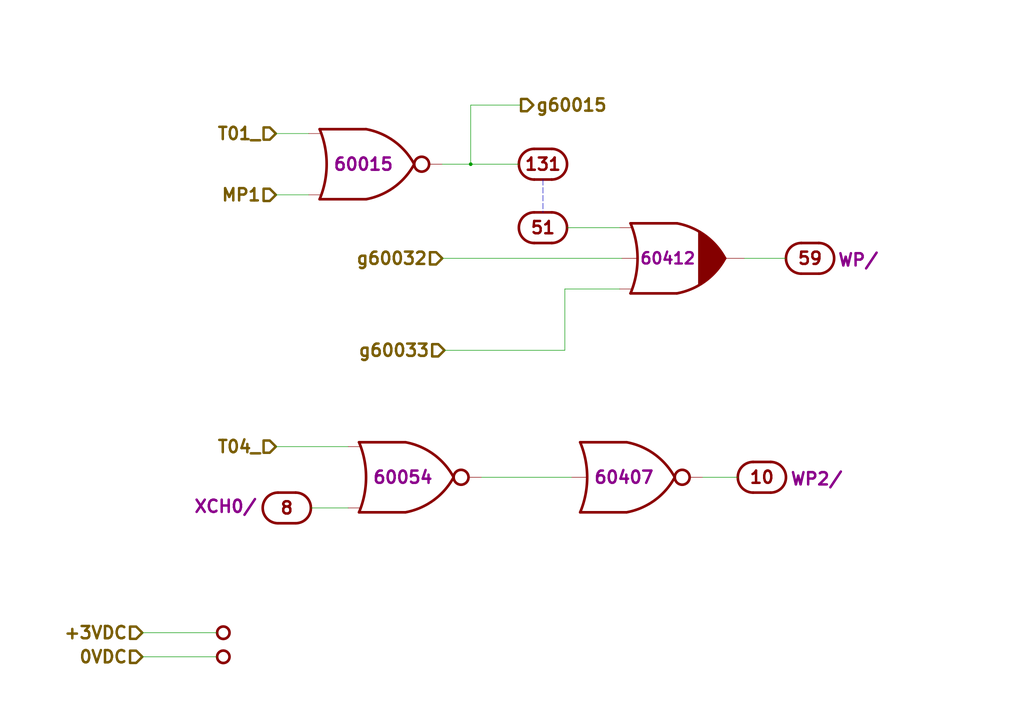
<source format=kicad_sch>
(kicad_sch (version 20211123) (generator eeschema)
  (paper "A4")
  (title_block (title "BLOCK I LOGIC FLOW S, MODULE A21, DRAWING 1006556") (date "2018-11-25") (rev "Draft") (comment 1 "Modules A21"))
  (junction (at 136.525 47.625))
  (wire (pts (xy 128.905 101.6) (xy 163.83 101.6)))
  (wire (pts (xy 215.9 74.93) (xy 227.965 74.93)))
  (wire (pts (xy 128.27 47.625) (xy 136.525 47.625)))
  (wire (pts (xy 139.7 138.43) (xy 165.735 138.43)))
  (wire (pts (xy 100.965 147.32) (xy 90.17 147.32)))
  (wire (pts (xy 128.27 74.93) (xy 180.34 74.93)))
  (wire (pts (xy 179.705 66.04) (xy 164.465 66.04)))
  (wire (pts (xy 41.275 183.515) (xy 62.865 183.515)))
  (wire (pts (xy 136.525 30.48) (xy 136.525 47.625)))
  (wire (pts (xy 80.01 129.54) (xy 100.965 129.54)))
  (wire (pts (xy 163.83 101.6) (xy 163.83 83.82)))
  (wire (pts (xy 136.525 47.625) (xy 150.495 47.625)))
  (wire (pts (xy 163.83 83.82) (xy 179.705 83.82)))
  (wire (pts (xy 203.835 138.43) (xy 213.995 138.43)))
  (wire (pts (xy 89.535 56.515) (xy 80.01 56.515)))
  (polyline (pts (xy 157.48 52.07) (xy 157.48 61.595)))
  (wire (pts (xy 151.13 30.48) (xy 136.525 30.48)))
  (wire (pts (xy 41.275 190.5) (xy 62.865 190.5)))
  (wire (pts (xy 80.01 38.735) (xy 89.535 38.735)))
  (hierarchical_label "T04_" (shape input) (at 80.01 129.54 180) (effects (font (size 3.556 3.556) (thickness 0.7112) bold)))
  (hierarchical_label "g60033" (shape input) (at 128.905 101.6 180) (effects (font (size 3.556 3.556) (thickness 0.7112) bold)))
  (hierarchical_label "+3VDC" (shape input) (at 41.275 183.515 180) (effects (font (size 3.556 3.556) (thickness 0.7112) bold)))
  (hierarchical_label "g60032" (shape input) (at 128.27 74.93 180) (effects (font (size 3.556 3.556) (thickness 0.7112) bold)))
  (hierarchical_label "g60015" (shape output) (at 151.13 30.48 0) (effects (font (size 3.556 3.556) (thickness 0.7112) bold)))
  (hierarchical_label "0VDC" (shape input) (at 41.275 190.5 180) (effects (font (size 3.556 3.556) (thickness 0.7112) bold)))
  (hierarchical_label "T01_" (shape input) (at 80.01 38.735 180) (effects (font (size 3.556 3.556) (thickness 0.7112) bold)))
  (hierarchical_label "MP1" (shape input) (at 80.01 56.515 180) (effects (font (size 3.556 3.556) (thickness 0.7112) bold)))
  (symbol (lib_id "D3NOR-NC-0VDC-expander-nd1021041:D3NOR-NC-0VDC-expander-nd1021041-135-___") (at 195.58 74.93 0) (unit 1)
    (property "Reference" "U1204" (effects hide))
    (property "Value" "D3NOR-NC-0VDC-expander-nd1021041-135-___" (effects hide))
    (property "Location" "60412" (at 193.675 74.93 0) (effects (font (size 3.302 3.302) bold)))
  )
  (symbol (lib_id "AGC_DSKY:ConnectorGeneric") (at 220.98 138.43 180) (unit 10)
    (property "Reference" "J1" (effects hide))
    (property "Value" "ConnectorGeneric" (effects hide))
    (property "Caption" "WP2/" (at 236.855 136.525 0) (effects (font (size 3.556 3.556) bold) (justify bottom)))
  )
  (symbol (lib_id "AGC_DSKY:ConnectorGeneric") (at 83.185 147.32 0) (unit 8)
    (property "Reference" "J1" (effects hide))
    (property "Value" "ConnectorGeneric" (effects hide))
    (property "Caption" "XCH0/" (at 65.405 149.225 0) (effects (font (size 3.556 3.556) bold) (justify bottom)))
  )
  (symbol (lib_id "AGC_DSKY:ConnectorGeneric") (at 157.48 47.625 0) (mirror y) (unit 131)
    (property "Reference" "J1" (effects hide))
    (property "Value" "ConnectorGeneric" (effects hide))
    (property "Caption" "A21_51_131" (effects hide))
  )
  (symbol (lib_id "D3NOR-+3VDC-0VDC-nd1021041:D3NOR-+3VDC-0VDC-nd1021041-1_5-___") (at 105.41 47.625 0) (unit 1)
    (property "Reference" "U1201" (effects hide))
    (property "Value" "D3NOR-+3VDC-0VDC-nd1021041-1_5-___" (effects hide))
    (property "Location" "60015" (at 105.41 47.625 0) (effects (font (size 3.556 3.556) bold)))
  )
  (symbol (lib_id "D3NOR-+3VDC-0VDC-nd1021041:D3NOR-+3VDC-0VDC-nd1021041-1_5-___") (at 116.84 138.43 0) (unit 1)
    (property "Reference" "U1202" (effects hide))
    (property "Value" "D3NOR-+3VDC-0VDC-nd1021041-1_5-___" (effects hide))
    (property "Location" "60054" (at 116.84 138.43 0) (effects (font (size 3.556 3.556) bold)))
  )
  (symbol (lib_id "D3NOR-+3VDC-0VDC-nd1021041:D3NOR-+3VDC-0VDC-nd1021041-_3_-___") (at 180.975 138.43 0) (mirror x) (unit 1)
    (property "Reference" "U1203" (effects hide))
    (property "Value" "D3NOR-+3VDC-0VDC-nd1021041-_3_-___" (effects hide))
    (property "Location" "60407" (at 180.975 138.43 0) (effects (font (size 3.556 3.556) bold)))
  )
  (symbol (lib_id "AGC_DSKY:ConnectorGeneric") (at 157.48 66.04 0) (unit 51)
    (property "Reference" "J1" (effects hide))
    (property "Value" "ConnectorGeneric" (effects hide))
    (property "Caption" "A21_51_131" (effects hide))
  )
  (symbol (lib_id "AGC_DSKY:ConnectorGeneric") (at 234.95 74.93 180) (unit 59)
    (property "Reference" "J1" (effects hide))
    (property "Value" "ConnectorGeneric" (effects hide))
    (property "Caption" "WP/" (at 248.92 73.025 0) (effects (font (size 3.556 3.556) bold) (justify bottom)))
  )
  (symbol (lib_id "AGC_DSKY:Node2") (at 64.77 183.515 180)
    (property "Reference" "N1101" (effects hide))
    (property "Value" "Node2" (effects hide))
    (property "Caption" "+3VDC" (effects hide))
  )
  (symbol (lib_id "AGC_DSKY:Node2") (at 64.77 190.5 180)
    (property "Reference" "N1102" (effects hide))
    (property "Value" "Node2" (effects hide))
    (property "Caption" "0VDC" (effects hide))
  )
)
</source>
